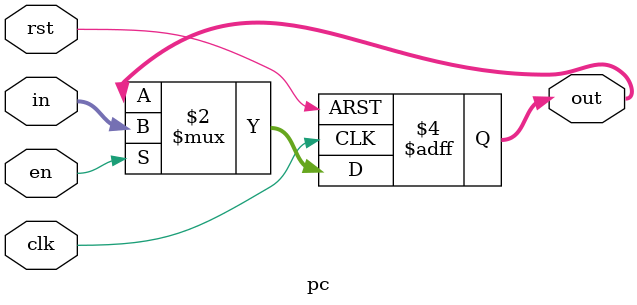
<source format=v>
module pc(
    input [31:0] in,
    input clk,
    input rst,
    input en,
    output reg [31:0] out);

always@(posedge clk or posedge rst)
begin
    if(rst)
        out <= 32'h00003000; // PC set to 0x00003000 if reset enabled
    else if(en)
        out <= in;
end

endmodule

</source>
